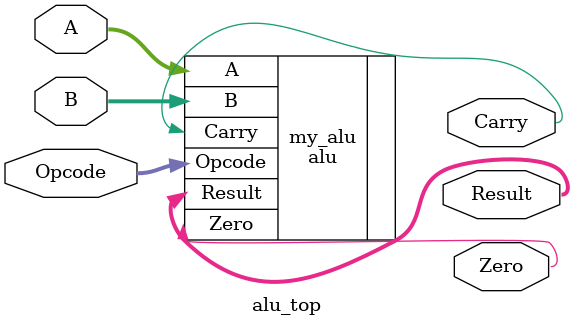
<source format=v>
`timescale 1ns / 1ps


module alu_top (
    input  wire [7:0] A, B,      
    input  wire [2:0] Opcode,    
    output wire [7:0] Result,   
    output wire Zero,           
    output wire Carry            
);

    // Instantiate ALU module
    alu my_alu (
        .A(A),
        .B(B),
        .Opcode(Opcode),
        .Result(Result),
        .Zero(Zero),
        .Carry(Carry)
    );

endmodule


   

</source>
